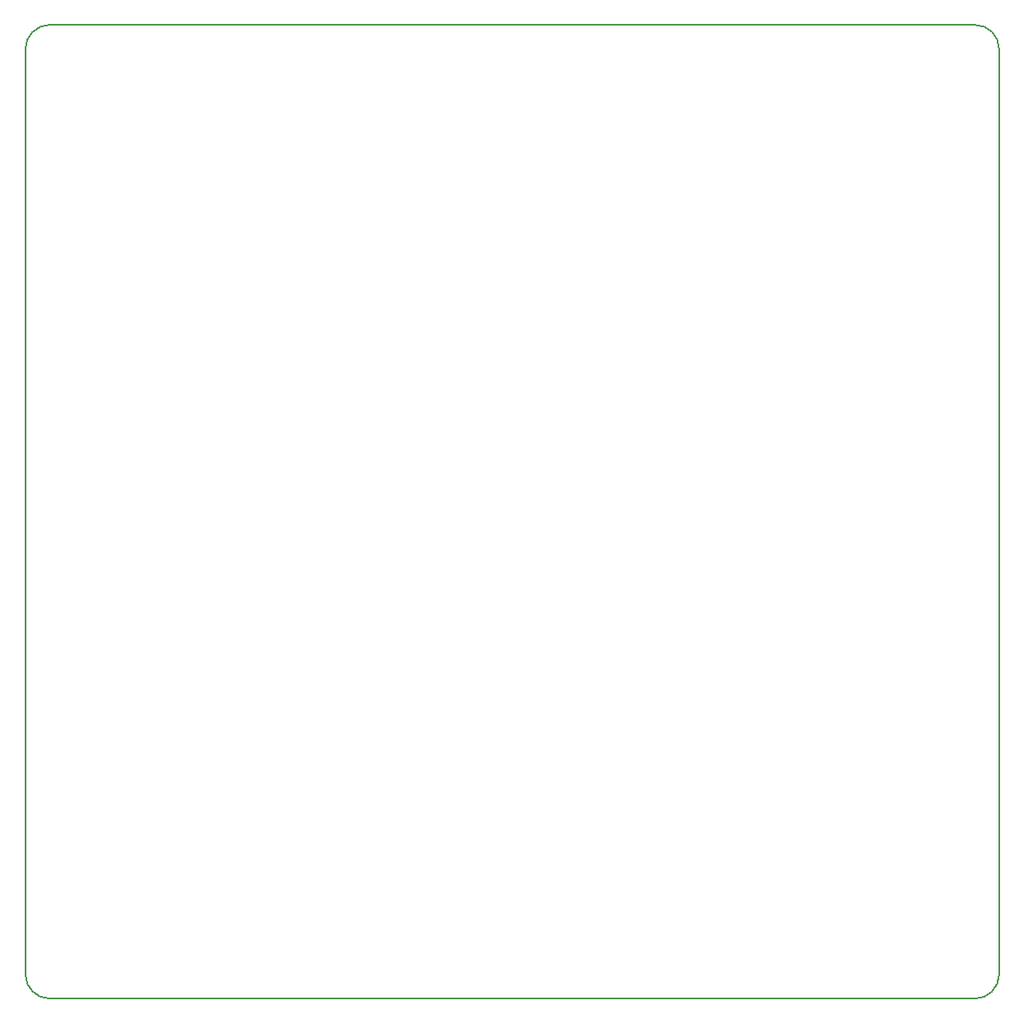
<source format=gko>
G04*
G04 #@! TF.GenerationSoftware,Altium Limited,Altium Designer,23.1.1 (15)*
G04*
G04 Layer_Color=16711935*
%FSLAX44Y44*%
%MOMM*%
G71*
G04*
G04 #@! TF.SameCoordinates,B4DDBA6E-A5DF-4BEF-8E9B-D6B716FEC55F*
G04*
G04*
G04 #@! TF.FilePolarity,Positive*
G04*
G01*
G75*
%ADD10C,0.2000*%
D10*
X25000Y1000000D02*
G03*
X0Y975000I0J-25000D01*
G01*
X1000000D02*
G03*
X975000Y1000000I-25000J0D01*
G01*
Y0D02*
G03*
X1000000Y25000I0J25000D01*
G01*
X0D02*
G03*
X25000Y0I25000J0D01*
G01*
Y1000000D02*
X975000D01*
X1000000Y25000D02*
Y975000D01*
X25000Y0D02*
X975000D01*
X0Y25000D02*
Y975000D01*
M02*

</source>
